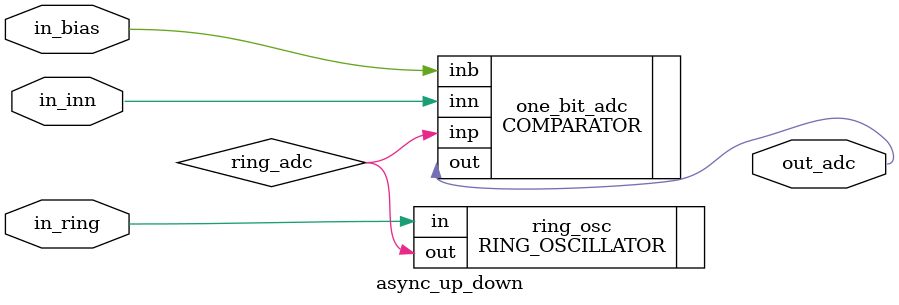
<source format=v>
/* Generated by Yosys 0.13+15 (git sha1 bc027b2ca, gcc 9.4.0-1ubuntu1~20.04.1 -fPIC -Os) */

module async_up_down(in_ring, in_bias, in_inn, out_adc);
  input in_bias;
  input in_inn;
  input in_ring;
  output out_adc;
  wire ring_adc;
  COMPARATOR one_bit_adc (
    .inb(in_bias),
    .inn(in_inn),
    .inp(ring_adc),
    .out(out_adc)
  );
  RING_OSCILLATOR ring_osc (
    .in(in_ring),
    .out(ring_adc)
  );
endmodule

</source>
